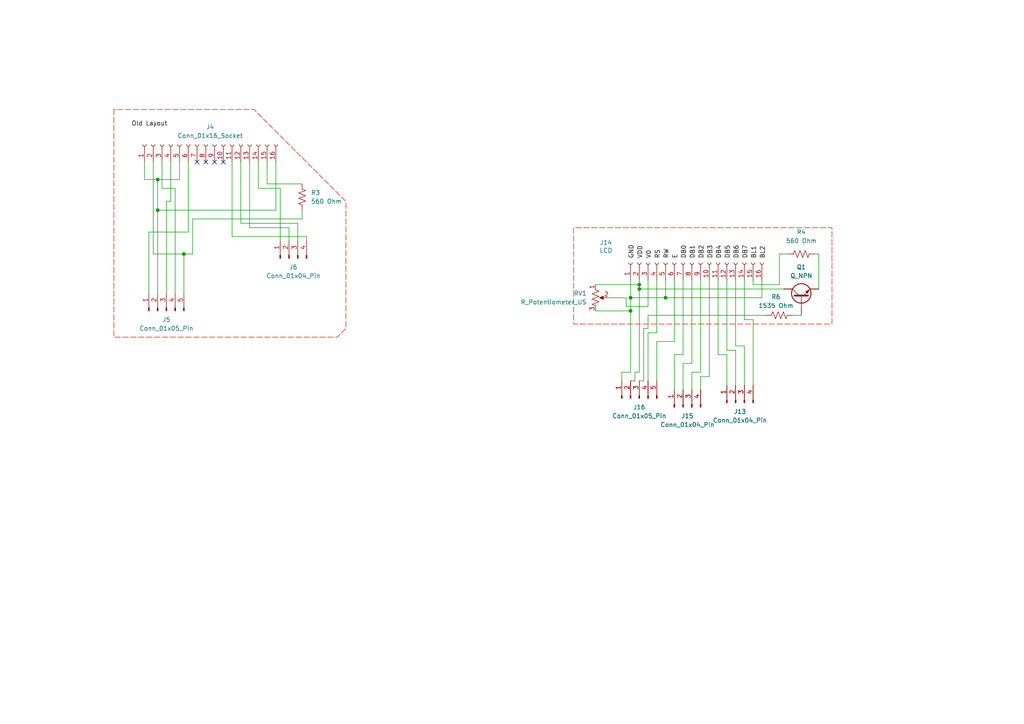
<source format=kicad_sch>
(kicad_sch (version 20250114) (generator "eeschema") (generator_version "9.0")
  (paper "A4")
  (lib_symbols
    (symbol "Connector:Conn_01x04_Pin" (pin_names (offset 1.016) (hide yes))
      (property "Reference" "J" (at 0 5.08 0))
      (property "Value" "Conn_01x04_Pin" (at 0 -7.62 0))
      (symbol "Conn_01x04_Pin_1_1"
        (rectangle (start 0.8636 2.667) (end 0 2.413) (stroke (width 0.1524)) (fill (type outline)))
        (rectangle (start 0.8636 0.127) (end 0 -0.127) (stroke (width 0.1524)) (fill (type outline)))
        (rectangle (start 0.8636 -2.413) (end 0 -2.667) (stroke (width 0.1524)) (fill (type outline)))
        (rectangle (start 0.8636 -4.953) (end 0 -5.207) (stroke (width 0.1524)) (fill (type outline)))
        (polyline (pts (xy 1.27 2.54) (xy 0.8636 2.54)) (stroke (width 0.1524)))
        (polyline (pts (xy 1.27 0) (xy 0.8636 0)) (stroke (width 0.1524)))
        (polyline (pts (xy 1.27 -2.54) (xy 0.8636 -2.54)) (stroke (width 0.1524)))
        (polyline (pts (xy 1.27 -5.08) (xy 0.8636 -5.08)) (stroke (width 0.1524)))
        (pin passive line (at 5.08 2.54 180) (length 3.81) (name "Pin_1") (number "1"))
        (pin passive line (at 5.08 0 180) (length 3.81) (name "Pin_2") (number "2"))
        (pin passive line (at 5.08 -2.54 180) (length 3.81) (name "Pin_3") (number "3"))
        (pin passive line (at 5.08 -5.08 180) (length 3.81) (name "Pin_4") (number "4"))
      )
    )
    (symbol "Connector:Conn_01x05_Pin" (pin_names (offset 1.016) (hide yes))
      (property "Reference" "J" (at 0 7.62 0))
      (property "Value" "Conn_01x05_Pin" (at 0 -7.62 0))
      (symbol "Conn_01x05_Pin_1_1"
        (rectangle (start 0.8636 5.207) (end 0 4.953) (stroke (width 0.1524)) (fill (type outline)))
        (rectangle (start 0.8636 2.667) (end 0 2.413) (stroke (width 0.1524)) (fill (type outline)))
        (rectangle (start 0.8636 0.127) (end 0 -0.127) (stroke (width 0.1524)) (fill (type outline)))
        (rectangle (start 0.8636 -2.413) (end 0 -2.667) (stroke (width 0.1524)) (fill (type outline)))
        (rectangle (start 0.8636 -4.953) (end 0 -5.207) (stroke (width 0.1524)) (fill (type outline)))
        (polyline (pts (xy 1.27 5.08) (xy 0.8636 5.08)) (stroke (width 0.1524)))
        (polyline (pts (xy 1.27 2.54) (xy 0.8636 2.54)) (stroke (width 0.1524)))
        (polyline (pts (xy 1.27 0) (xy 0.8636 0)) (stroke (width 0.1524)))
        (polyline (pts (xy 1.27 -2.54) (xy 0.8636 -2.54)) (stroke (width 0.1524)))
        (polyline (pts (xy 1.27 -5.08) (xy 0.8636 -5.08)) (stroke (width 0.1524)))
        (pin passive line (at 5.08 5.08 180) (length 3.81) (name "Pin_1") (number "1"))
        (pin passive line (at 5.08 2.54 180) (length 3.81) (name "Pin_2") (number "2"))
        (pin passive line (at 5.08 0 180) (length 3.81) (name "Pin_3") (number "3"))
        (pin passive line (at 5.08 -2.54 180) (length 3.81) (name "Pin_4") (number "4"))
        (pin passive line (at 5.08 -5.08 180) (length 3.81) (name "Pin_5") (number "5"))
      )
    )
    (symbol "Connector:Conn_01x16_Socket" (pin_names (offset 1.016) (hide yes))
      (property "Reference" "J" (at 0 20.32 0))
      (property "Value" "Conn_01x16_Socket" (at 0 -22.86 0))
      (symbol "Conn_01x16_Socket_1_1"
        (polyline (pts (xy -1.27 17.78) (xy -0.508 17.78)) (stroke (width 0.1524)))
        (polyline (pts (xy -1.27 15.24) (xy -0.508 15.24)) (stroke (width 0.1524)))
        (polyline (pts (xy -1.27 12.7) (xy -0.508 12.7)) (stroke (width 0.1524)))
        (polyline (pts (xy -1.27 10.16) (xy -0.508 10.16)) (stroke (width 0.1524)))
        (polyline (pts (xy -1.27 7.62) (xy -0.508 7.62)) (stroke (width 0.1524)))
        (polyline (pts (xy -1.27 5.08) (xy -0.508 5.08)) (stroke (width 0.1524)))
        (polyline (pts (xy -1.27 2.54) (xy -0.508 2.54)) (stroke (width 0.1524)))
        (polyline (pts (xy -1.27 0) (xy -0.508 0)) (stroke (width 0.1524)))
        (polyline (pts (xy -1.27 -2.54) (xy -0.508 -2.54)) (stroke (width 0.1524)))
        (polyline (pts (xy -1.27 -5.08) (xy -0.508 -5.08)) (stroke (width 0.1524)))
        (polyline (pts (xy -1.27 -7.62) (xy -0.508 -7.62)) (stroke (width 0.1524)))
        (polyline (pts (xy -1.27 -10.16) (xy -0.508 -10.16)) (stroke (width 0.1524)))
        (polyline (pts (xy -1.27 -12.7) (xy -0.508 -12.7)) (stroke (width 0.1524)))
        (polyline (pts (xy -1.27 -15.24) (xy -0.508 -15.24)) (stroke (width 0.1524)))
        (polyline (pts (xy -1.27 -17.78) (xy -0.508 -17.78)) (stroke (width 0.1524)))
        (polyline (pts (xy -1.27 -20.32) (xy -0.508 -20.32)) (stroke (width 0.1524)))
        (arc (start 0 17.272) (mid -0.5058 17.78) (end 0 18.288) (stroke (width 0.1524)))
        (arc (start 0 14.732) (mid -0.5058 15.24) (end 0 15.748) (stroke (width 0.1524)))
        (arc (start 0 12.192) (mid -0.5058 12.7) (end 0 13.208) (stroke (width 0.1524)))
        (arc (start 0 9.652) (mid -0.5058 10.16) (end 0 10.668) (stroke (width 0.1524)))
        (arc (start 0 7.112) (mid -0.5058 7.62) (end 0 8.128) (stroke (width 0.1524)))
        (arc (start 0 4.572) (mid -0.5058 5.08) (end 0 5.588) (stroke (width 0.1524)))
        (arc (start 0 2.032) (mid -0.5058 2.54) (end 0 3.048) (stroke (width 0.1524)))
        (arc (start 0 -0.508) (mid -0.5058 0) (end 0 0.508) (stroke (width 0.1524)))
        (arc (start 0 -3.048) (mid -0.5058 -2.54) (end 0 -2.032) (stroke (width 0.1524)))
        (arc (start 0 -5.588) (mid -0.5058 -5.08) (end 0 -4.572) (stroke (width 0.1524)))
        (arc (start 0 -8.128) (mid -0.5058 -7.62) (end 0 -7.112) (stroke (width 0.1524)))
        (arc (start 0 -10.668) (mid -0.5058 -10.16) (end 0 -9.652) (stroke (width 0.1524)))
        (arc (start 0 -13.208) (mid -0.5058 -12.7) (end 0 -12.192) (stroke (width 0.1524)))
        (arc (start 0 -15.748) (mid -0.5058 -15.24) (end 0 -14.732) (stroke (width 0.1524)))
        (arc (start 0 -18.288) (mid -0.5058 -17.78) (end 0 -17.272) (stroke (width 0.1524)))
        (arc (start 0 -20.828) (mid -0.5058 -20.32) (end 0 -19.812) (stroke (width 0.1524)))
        (pin passive line (at -5.08 17.78 0) (length 3.81) (name "Pin_1") (number "1"))
        (pin passive line (at -5.08 15.24 0) (length 3.81) (name "Pin_2") (number "2"))
        (pin passive line (at -5.08 12.7 0) (length 3.81) (name "Pin_3") (number "3"))
        (pin passive line (at -5.08 10.16 0) (length 3.81) (name "Pin_4") (number "4"))
        (pin passive line (at -5.08 7.62 0) (length 3.81) (name "Pin_5") (number "5"))
        (pin passive line (at -5.08 5.08 0) (length 3.81) (name "Pin_6") (number "6"))
        (pin passive line (at -5.08 2.54 0) (length 3.81) (name "Pin_7") (number "7"))
        (pin passive line (at -5.08 0 0) (length 3.81) (name "Pin_8") (number "8"))
        (pin passive line (at -5.08 -2.54 0) (length 3.81) (name "Pin_9") (number "9"))
        (pin passive line (at -5.08 -5.08 0) (length 3.81) (name "Pin_10") (number "10"))
        (pin passive line (at -5.08 -7.62 0) (length 3.81) (name "Pin_11") (number "11"))
        (pin passive line (at -5.08 -10.16 0) (length 3.81) (name "Pin_12") (number "12"))
        (pin passive line (at -5.08 -12.7 0) (length 3.81) (name "Pin_13") (number "13"))
        (pin passive line (at -5.08 -15.24 0) (length 3.81) (name "Pin_14") (number "14"))
        (pin passive line (at -5.08 -17.78 0) (length 3.81) (name "Pin_15") (number "15"))
        (pin passive line (at -5.08 -20.32 0) (length 3.81) (name "Pin_16") (number "16"))
      )
    )
    (symbol "Device:Q_NPN" (pin_numbers (hide yes)) (pin_names (offset 0) (hide yes))
      (property "Reference" "Q" (at 5.08 1.27 0))
      (property "Value" "Q_NPN" (at 5.08 -1.27 0))
      (symbol "Q_NPN_0_1"
        (polyline (pts (xy -2.54 0) (xy 0.635 0)))
        (polyline (pts (xy 0.635 1.905) (xy 0.635 -1.905)) (stroke (width 0.508)))
        (polyline (pts (xy 0.635 0.635) (xy 2.54 2.54)))
        (polyline (pts (xy 0.635 -0.635) (xy 2.54 -2.54)))
        (circle (center 1.27 0) (radius 2.8194) (stroke (width 0.254)))
        (polyline (pts (xy 1.27 -1.778) (xy 1.778 -1.27) (xy 2.286 -2.286) (xy 1.27 -1.778)) (fill (type outline)))
      )
      (symbol "Q_NPN_1_1"
        (pin input line (at -5.08 0 0) (length 2.54) (name "B") (number "B"))
        (pin passive line (at 2.54 5.08 270) (length 2.54) (name "C") (number "C"))
        (pin passive line (at 2.54 -5.08 90) (length 2.54) (name "E") (number "E"))
      )
    )
    (symbol "Device:R_Potentiometer_US" (pin_names (offset 1.016) (hide yes))
      (property "Reference" "RV" (at -4.445 0 90))
      (property "Value" "R_Potentiometer_US" (at -2.54 0 90))
      (symbol "R_Potentiometer_US_0_1"
        (polyline (pts (xy 0 2.54) (xy 0 2.286)))
        (polyline (pts (xy 0 2.286) (xy 1.016 1.905) (xy 0 1.524) (xy -1.016 1.143) (xy 0 0.762)))
        (polyline (pts (xy 0 0.762) (xy 1.016 0.381) (xy 0 0) (xy -1.016 -0.381) (xy 0 -0.762)))
        (polyline (pts (xy 0 -0.762) (xy 1.016 -1.143) (xy 0 -1.524) (xy -1.016 -1.905) (xy 0 -2.286)))
        (polyline (pts (xy 0 -2.286) (xy 0 -2.54)))
        (polyline (pts (xy 1.143 0) (xy 2.286 0.508) (xy 2.286 -0.508) (xy 1.143 0)) (fill (type outline)))
        (polyline (pts (xy 2.54 0) (xy 1.524 0)))
      )
      (symbol "R_Potentiometer_US_1_1"
        (pin passive line (at 0 3.81 270) (length 1.27) (name "1") (number "1"))
        (pin passive line (at 0 -3.81 90) (length 1.27) (name "3") (number "3"))
        (pin passive line (at 3.81 0 180) (length 1.27) (name "2") (number "2"))
      )
    )
    (symbol "Device:R_US" (pin_numbers (hide yes)) (pin_names (offset 0))
      (property "Reference" "R" (at 2.54 0 90))
      (property "Value" "R_US" (at -2.54 0 90))
      (symbol "R_US_0_1"
        (polyline (pts (xy 0 2.286) (xy 0 2.54)))
        (polyline (pts (xy 0 2.286) (xy 1.016 1.905) (xy 0 1.524) (xy -1.016 1.143) (xy 0 0.762)))
        (polyline (pts (xy 0 0.762) (xy 1.016 0.381) (xy 0 0) (xy -1.016 -0.381) (xy 0 -0.762)))
        (polyline (pts (xy 0 -0.762) (xy 1.016 -1.143) (xy 0 -1.524) (xy -1.016 -1.905) (xy 0 -2.286)))
        (polyline (pts (xy 0 -2.286) (xy 0 -2.54)))
      )
      (symbol "R_US_1_1"
        (pin passive line (at 0 3.81 270) (length 1.27) (name "~") (number "1"))
        (pin passive line (at 0 -3.81 90) (length 1.27) (name "~") (number "2"))
      )
    )
  )
  (junction (at 53.34 73.66))
  (junction (at 45.72 52.07))
  (junction (at 45.72 60.96))
  (junction (at 193.04 86.36))
  (junction (at 182.88 90.17))
  (junction (at 182.88 86.36))
  (junction (at 185.42 83.82))
  (junction (at 185.42 82.55))
  (no_connect (at 62.23 46.99))
  (no_connect (at 64.77 46.99))
  (no_connect (at 59.69 46.99))
  (no_connect (at 57.15 46.99))
  (wire (pts (xy 44.45 73.66) (xy 53.34 73.66)))
  (wire (pts (xy 182.88 110.49) (xy 184.15 110.49)))
  (wire (pts (xy 180.34 107.95) (xy 182.88 107.95)))
  (wire (pts (xy 87.63 63.5) (xy 55.88 63.5)))
  (wire (pts (xy 49.53 58.42) (xy 49.53 46.99)))
  (wire (pts (xy 218.44 82.55) (xy 226.06 82.55)))
  (wire (pts (xy 88.9 69.85) (xy 88.9 68.58)))
  (wire (pts (xy 88.9 68.58) (xy 67.31 68.58)))
  (wire (pts (xy 203.2 109.22) (xy 203.2 113.03)))
  (wire (pts (xy 185.42 81.28) (xy 185.42 82.55)))
  (wire (pts (xy 54.61 67.31) (xy 54.61 46.99)))
  (wire (pts (xy 83.82 69.85) (xy 83.82 66.04)))
  (wire (pts (xy 80.01 60.96) (xy 45.72 60.96)))
  (wire (pts (xy 205.74 81.28) (xy 205.74 109.22)))
  (wire (pts (xy 48.26 85.09) (xy 48.26 58.42)))
  (wire (pts (xy 213.36 100.33) (xy 215.9 100.33)))
  (wire (pts (xy 200.66 81.28) (xy 200.66 105.41)))
  (wire (pts (xy 182.88 86.36) (xy 193.04 86.36)))
  (wire (pts (xy 48.26 58.42) (xy 49.53 58.42)))
  (wire (pts (xy 237.49 83.82) (xy 237.49 73.66)))
  (wire (pts (xy 77.47 46.99) (xy 77.47 53.34)))
  (wire (pts (xy 55.88 73.66) (xy 53.34 73.66)))
  (wire (pts (xy 69.85 46.99) (xy 69.85 64.77)))
  (wire (pts (xy 87.63 60.96) (xy 87.63 63.5)))
  (wire (pts (xy 52.07 46.99) (xy 52.07 52.07)))
  (wire (pts (xy 218.44 81.28) (xy 218.44 82.55)))
  (wire (pts (xy 45.72 60.96) (xy 45.72 85.09)))
  (wire (pts (xy 205.74 109.22) (xy 203.2 109.22)))
  (wire (pts (xy 53.34 73.66) (xy 53.34 85.09)))
  (wire (pts (xy 220.98 81.28) (xy 220.98 86.36)))
  (wire (pts (xy 187.96 96.52) (xy 190.5 96.52)))
  (wire (pts (xy 195.58 81.28) (xy 195.58 99.06)))
  (wire (pts (xy 210.82 81.28) (xy 210.82 101.6)))
  (wire (pts (xy 187.96 91.44) (xy 187.96 95.25)))
  (wire (pts (xy 77.47 53.34) (xy 87.63 53.34)))
  (wire (pts (xy 190.5 99.06) (xy 190.5 110.49)))
  (wire (pts (xy 176.53 86.36) (xy 181.61 86.36)))
  (wire (pts (xy 80.01 46.99) (xy 80.01 60.96)))
  (wire (pts (xy 43.18 85.09) (xy 43.18 67.31)))
  (wire (pts (xy 182.88 90.17) (xy 182.88 107.95)))
  (wire (pts (xy 213.36 101.6) (xy 213.36 111.76)))
  (wire (pts (xy 198.12 105.41) (xy 198.12 113.03)))
  (wire (pts (xy 187.96 91.44) (xy 222.25 91.44)))
  (wire (pts (xy 45.72 52.07) (xy 41.91 52.07)))
  (wire (pts (xy 210.82 102.87) (xy 210.82 111.76)))
  (wire (pts (xy 184.15 107.95) (xy 185.42 107.95)))
  (wire (pts (xy 86.36 69.85) (xy 86.36 64.77)))
  (wire (pts (xy 208.28 102.87) (xy 210.82 102.87)))
  (wire (pts (xy 187.96 110.49) (xy 187.96 96.52)))
  (wire (pts (xy 215.9 92.71) (xy 218.44 92.71)))
  (wire (pts (xy 198.12 102.87) (xy 195.58 102.87)))
  (wire (pts (xy 74.93 54.61) (xy 74.93 46.99)))
  (wire (pts (xy 172.72 82.55) (xy 185.42 82.55)))
  (wire (pts (xy 52.07 52.07) (xy 45.72 52.07)))
  (wire (pts (xy 55.88 63.5) (xy 55.88 73.66)))
  (wire (pts (xy 72.39 66.04) (xy 72.39 46.99)))
  (wire (pts (xy 181.61 88.9) (xy 187.96 88.9)))
  (wire (pts (xy 46.99 54.61) (xy 46.99 46.99)))
  (wire (pts (xy 185.42 110.49) (xy 186.69 110.49)))
  (wire (pts (xy 67.31 68.58) (xy 67.31 46.99)))
  (wire (pts (xy 187.96 81.28) (xy 187.96 88.9)))
  (wire (pts (xy 190.5 81.28) (xy 190.5 96.52)))
  (wire (pts (xy 203.2 81.28) (xy 203.2 107.95)))
  (wire (pts (xy 193.04 81.28) (xy 193.04 86.36)))
  (wire (pts (xy 215.9 100.33) (xy 215.9 111.76)))
  (wire (pts (xy 195.58 102.87) (xy 195.58 113.03)))
  (wire (pts (xy 182.88 86.36) (xy 182.88 90.17)))
  (wire (pts (xy 172.72 90.17) (xy 182.88 90.17)))
  (wire (pts (xy 186.69 110.49) (xy 186.69 95.25)))
  (wire (pts (xy 185.42 82.55) (xy 185.42 83.82)))
  (wire (pts (xy 210.82 101.6) (xy 213.36 101.6)))
  (wire (pts (xy 200.66 107.95) (xy 200.66 113.03)))
  (wire (pts (xy 226.06 73.66) (xy 228.6 73.66)))
  (wire (pts (xy 185.42 83.82) (xy 227.33 83.82)))
  (wire (pts (xy 182.88 86.36) (xy 182.88 81.28)))
  (wire (pts (xy 186.69 95.25) (xy 187.96 95.25)))
  (wire (pts (xy 81.28 54.61) (xy 74.93 54.61)))
  (wire (pts (xy 237.49 73.66) (xy 236.22 73.66)))
  (wire (pts (xy 43.18 67.31) (xy 54.61 67.31)))
  (wire (pts (xy 218.44 92.71) (xy 218.44 111.76)))
  (wire (pts (xy 86.36 64.77) (xy 69.85 64.77)))
  (wire (pts (xy 50.8 54.61) (xy 46.99 54.61)))
  (wire (pts (xy 45.72 52.07) (xy 45.72 60.96)))
  (wire (pts (xy 83.82 66.04) (xy 72.39 66.04)))
  (wire (pts (xy 226.06 82.55) (xy 226.06 73.66)))
  (wire (pts (xy 180.34 110.49) (xy 180.34 107.95)))
  (wire (pts (xy 195.58 99.06) (xy 190.5 99.06)))
  (wire (pts (xy 213.36 100.33) (xy 213.36 81.28)))
  (wire (pts (xy 81.28 69.85) (xy 81.28 54.61)))
  (wire (pts (xy 215.9 81.28) (xy 215.9 92.71)))
  (wire (pts (xy 185.42 83.82) (xy 185.42 107.95)))
  (wire (pts (xy 200.66 105.41) (xy 198.12 105.41)))
  (wire (pts (xy 44.45 46.99) (xy 44.45 73.66)))
  (wire (pts (xy 229.87 91.44) (xy 232.41 91.44)))
  (wire (pts (xy 203.2 107.95) (xy 200.66 107.95)))
  (wire (pts (xy 220.98 86.36) (xy 193.04 86.36)))
  (wire (pts (xy 198.12 81.28) (xy 198.12 102.87)))
  (wire (pts (xy 208.28 81.28) (xy 208.28 102.87)))
  (wire (pts (xy 50.8 85.09) (xy 50.8 54.61)))
  (wire (pts (xy 181.61 86.36) (xy 181.61 88.9)))
  (wire (pts (xy 184.15 110.49) (xy 184.15 107.95)))
  (wire (pts (xy 41.91 52.07) (xy 41.91 46.99)))
  (label "DB0" (at 199.39 74.93 90))
  (label "BL2" (at 222.25 74.93 90))
  (label "DB7" (at 217.17 74.93 90))
  (label "Old Layout" (at 38.1 36.83 0))
  (label "DB5" (at 212.09 74.93 90))
  (label "VDD" (at 186.69 74.93 90))
  (label "GND" (at 184.15 74.93 90))
  (label "V0" (at 189.23 74.93 90))
  (label "E" (at 196.85 74.93 90))
  (label "BL1" (at 219.71 74.93 90))
  (label "DB1" (at 201.93 74.93 90))
  (label "DB4" (at 209.55 74.93 90))
  (label "RS" (at 191.77 74.93 90))
  (label "DB2" (at 204.47 74.93 90))
  (label "RW" (at 194.31 74.93 90))
  (label "DB6" (at 214.63 74.93 90))
  (label "DB3" (at 207.01 74.93 90))
  (rule_area (polyline (pts (xy 166.37 66.04) (xy 166.37 93.98) (xy 241.3 93.98) (xy 241.3 66.04)) (stroke (width 0) (type dash))))
  (rule_area (polyline (pts (xy 33.02 31.75) (xy 33.02 97.79) (xy 97.79 97.79) (xy 100.33 95.25) (xy 100.33 58.42) (xy 73.66 31.75)) (stroke (width 0) (type dash))))
  (symbol (lib_id "Connector:Conn_01x04_Pin") (at 83.82 74.93 90) (unit 1)
    (property "Reference" "J6" (at 85.09 77.47 90))
    (property "Value" "Conn_01x04_Pin" (at 85.09 80.01 90))
    (property "Description" "Generic connector, single row, 01x04, script generated" (effects (hide yes)))
  )
  (symbol (lib_id "Connector:Conn_01x05_Pin") (at 48.26 90.17 90) (unit 1)
    (property "Reference" "J5" (at 48.26 92.71 90))
    (property "Value" "Conn_01x05_Pin" (at 48.26 95.25 90))
    (property "Description" "Generic connector, single row, 01x05, script generated" (effects (hide yes)))
  )
  (symbol (lib_id "Connector:Conn_01x04_Pin") (at 198.12 118.11 90) (unit 1)
    (property "Reference" "J15" (at 199.39 120.65 90))
    (property "Value" "Conn_01x04_Pin" (at 199.39 123.19 90))
    (property "Description" "Generic connector, single row, 01x04, script generated" (effects (hide yes)))
  )
  (symbol (lib_id "Connector:Conn_01x16_Socket") (at 59.69 41.91 90) (unit 1)
    (property "Reference" "J4" (at 60.96 36.83 90))
    (property "Value" "Conn_01x16_Socket" (at 60.96 39.37 90))
    (property "Description" "Generic connector, single row, 01x16, script generated" (effects (hide yes)))
  )
  (symbol (lib_id "Connector:Conn_01x04_Pin") (at 213.36 116.84 90) (unit 1)
    (property "Reference" "J13" (at 214.63 119.38 90))
    (property "Value" "Conn_01x04_Pin" (at 214.63 121.92 90))
    (property "Description" "Generic connector, single row, 01x04, script generated" (effects (hide yes)))
  )
  (symbol (lib_id "Device:R_US") (at 226.06 91.44 90) (unit 1)
    (property "Reference" "R6" (at 225.044 86.106 90))
    (property "Value" "1535 Ohm" (at 225.044 88.646 90))
    (property "Description" "Resistor, US symbol" (effects (hide yes)))
  )
  (symbol (lib_id "Device:R_US") (at 87.63 57.15 0) (unit 1)
    (property "Reference" "R3" (at 90.17 55.8799 0) (effects (justify left)))
    (property "Value" "560 Ohm" (at 90.17 58.4199 0) (effects (justify left)))
    (property "Description" "Resistor, US symbol" (effects (hide yes)))
  )
  (symbol (lib_id "Connector:Conn_01x05_Pin") (at 185.42 115.57 90) (unit 1)
    (property "Reference" "J16" (at 185.42 118.11 90))
    (property "Value" "Conn_01x05_Pin" (at 185.42 120.65 90))
    (property "Description" "Generic connector, single row, 01x05, script generated" (effects (hide yes)))
  )
  (symbol (lib_id "Device:Q_NPN") (at 232.41 86.36 90) (unit 1)
    (property "Reference" "Q1" (at 232.41 77.47 90))
    (property "Value" "Q_NPN" (at 232.41 80.01 90))
    (property "Description" "NPN bipolar junction transistor" (effects (hide yes)))
  )
  (symbol (lib_id "Connector:Conn_01x16_Socket") (at 200.66 76.2 90) (unit 1)
    (property "Reference" "J14" (at 175.768 70.358 90))
    (property "Value" "LCD" (at 175.768 72.644 90))
    (property "Description" "Generic connector, single row, 01x16, script generated" (effects (hide yes)))
  )
  (symbol (lib_id "Device:R_US") (at 232.41 73.66 90) (unit 1)
    (property "Reference" "R4" (at 232.41 67.31 90))
    (property "Value" "560 Ohm" (at 232.41 69.85 90))
    (property "Description" "Resistor, US symbol" (effects (hide yes)))
  )
  (symbol (lib_id "Device:R_Potentiometer_US") (at 172.72 86.36 0) (unit 1)
    (property "Reference" "RV1" (at 170.18 85.0899 0) (effects (justify right)))
    (property "Value" "R_Potentiometer_US" (at 170.18 87.6299 0) (effects (justify right)))
    (property "Description" "Potentiometer, US symbol" (effects (hide yes)))
  )
)
</source>
